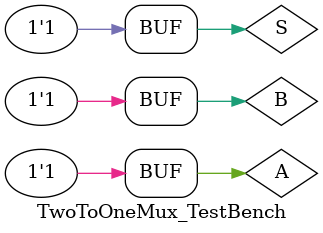
<source format=v>
`timescale 1ns/1ns
`include "TwoToOneMux.v"

module TwoToOneMux_TestBench();
    reg A;
    reg B;
    reg S;
    wire cout;
    TwoToOneMux f(A, B, S, cout);

    initial begin
        $dumpfile("./Waveforms/TwoToOneMux_TestBench.vcd");
        $dumpvars(0,  TwoToOneMux_TestBench);
        A <= 1'b0; B <= 1'b0; S <= 1'b0; #5;
        A <= 1'b0; B <= 1'b0; S <= 1'b1; #5;
        A <= 1'b0; B <= 1'b1; S <= 1'b0; #5;
        A <= 1'b0; B <= 1'b1; S <= 1'b1; #5;
        A <= 1'b1; B <= 1'b0; S <= 1'b0; #5;
        A <= 1'b1; B <= 1'b0; S <= 1'b1; #5;
        A <= 1'b1; B <= 1'b1; S <= 1'b0; #5;
        A <= 1'b1; B <= 1'b1; S <= 1'b1; #5;
    end

endmodule
</source>
